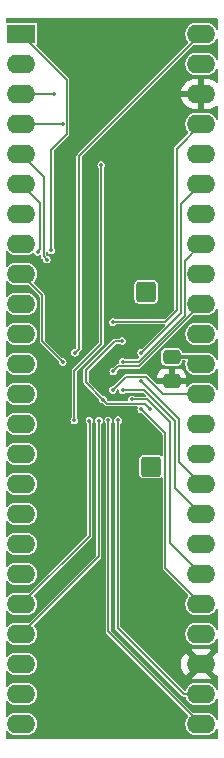
<source format=gbr>
%TF.GenerationSoftware,KiCad,Pcbnew,8.0.3*%
%TF.CreationDate,2024-11-10T13:10:44-08:00*%
%TF.ProjectId,LCSP072rev2,4c435350-3037-4327-9265-76322e6b6963,rev?*%
%TF.SameCoordinates,Original*%
%TF.FileFunction,Copper,L2,Bot*%
%TF.FilePolarity,Positive*%
%FSLAX46Y46*%
G04 Gerber Fmt 4.6, Leading zero omitted, Abs format (unit mm)*
G04 Created by KiCad (PCBNEW 8.0.3) date 2024-11-10 13:10:44*
%MOMM*%
%LPD*%
G01*
G04 APERTURE LIST*
G04 Aperture macros list*
%AMRoundRect*
0 Rectangle with rounded corners*
0 $1 Rounding radius*
0 $2 $3 $4 $5 $6 $7 $8 $9 X,Y pos of 4 corners*
0 Add a 4 corners polygon primitive as box body*
4,1,4,$2,$3,$4,$5,$6,$7,$8,$9,$2,$3,0*
0 Add four circle primitives for the rounded corners*
1,1,$1+$1,$2,$3*
1,1,$1+$1,$4,$5*
1,1,$1+$1,$6,$7*
1,1,$1+$1,$8,$9*
0 Add four rect primitives between the rounded corners*
20,1,$1+$1,$2,$3,$4,$5,0*
20,1,$1+$1,$4,$5,$6,$7,0*
20,1,$1+$1,$6,$7,$8,$9,0*
20,1,$1+$1,$8,$9,$2,$3,0*%
G04 Aperture macros list end*
%TA.AperFunction,ComponentPad*%
%ADD10RoundRect,0.250000X-0.600000X-0.600000X0.600000X-0.600000X0.600000X0.600000X-0.600000X0.600000X0*%
%TD*%
%TA.AperFunction,ComponentPad*%
%ADD11R,2.400000X1.600000*%
%TD*%
%TA.AperFunction,ComponentPad*%
%ADD12O,2.400000X1.600000*%
%TD*%
%TA.AperFunction,SMDPad,CuDef*%
%ADD13RoundRect,0.250000X-0.475000X0.337500X-0.475000X-0.337500X0.475000X-0.337500X0.475000X0.337500X0*%
%TD*%
%TA.AperFunction,ViaPad*%
%ADD14C,0.350000*%
%TD*%
%TA.AperFunction,Conductor*%
%ADD15C,0.127000*%
%TD*%
%TA.AperFunction,Conductor*%
%ADD16C,0.300000*%
%TD*%
%TA.AperFunction,Conductor*%
%ADD17C,0.200000*%
%TD*%
G04 APERTURE END LIST*
D10*
%TO.P,J3,1,Pin_1*%
%TO.N,Net-(J3-Pin_1)*%
X132175000Y-104200000D03*
%TD*%
D11*
%TO.P,J1,1,Pin_1*%
%TO.N,/A15*%
X121208800Y-67589400D03*
D12*
%TO.P,J1,2,Pin_2*%
%TO.N,/A14*%
X121208800Y-70129400D03*
%TO.P,J1,3,Pin_3*%
%TO.N,/A13*%
X121208800Y-72669400D03*
%TO.P,J1,4,Pin_4*%
%TO.N,/A12*%
X121208800Y-75209400D03*
%TO.P,J1,5,Pin_5*%
%TO.N,/A11*%
X121208800Y-77749400D03*
%TO.P,J1,6,Pin_6*%
%TO.N,/A10*%
X121208800Y-80289400D03*
%TO.P,J1,7,Pin_7*%
%TO.N,/A9*%
X121208800Y-82829400D03*
%TO.P,J1,8,Pin_8*%
%TO.N,/A8*%
X121208800Y-85369400D03*
%TO.P,J1,9,Pin_9*%
%TO.N,/A21*%
X121208800Y-87909400D03*
%TO.P,J1,10,Pin_10*%
%TO.N,/A20*%
X121208800Y-90449400D03*
%TO.P,J1,11,Pin_11*%
%TO.N,/WE*%
X121208800Y-92989400D03*
%TO.P,J1,12,Pin_12*%
%TO.N,/RST*%
X121208800Y-95529400D03*
%TO.P,J1,13,Pin_13*%
%TO.N,VPP*%
X121208800Y-98069400D03*
%TO.P,J1,14,Pin_14*%
%TO.N,/WP*%
X121208800Y-100609400D03*
%TO.P,J1,15,Pin_15*%
%TO.N,/A19*%
X121208800Y-103149400D03*
%TO.P,J1,16,Pin_16*%
%TO.N,/A18*%
X121208800Y-105689400D03*
%TO.P,J1,17,Pin_17*%
%TO.N,/A17*%
X121208800Y-108229400D03*
%TO.P,J1,18,Pin_18*%
%TO.N,/A7*%
X121208800Y-110769400D03*
%TO.P,J1,19,Pin_19*%
%TO.N,/A6*%
X121208800Y-113309400D03*
%TO.P,J1,20,Pin_20*%
%TO.N,/A5*%
X121208800Y-115849400D03*
%TO.P,J1,21,Pin_21*%
%TO.N,/A4*%
X121208800Y-118389400D03*
%TO.P,J1,22,Pin_22*%
%TO.N,/A3*%
X121208800Y-120929400D03*
%TO.P,J1,23,Pin_23*%
%TO.N,/A2*%
X121208800Y-123469400D03*
%TO.P,J1,24,Pin_24*%
%TO.N,/A1*%
X121208800Y-126009400D03*
%TO.P,J1,25,Pin_25*%
%TO.N,/A0*%
X136448800Y-126009400D03*
%TO.P,J1,26,Pin_26*%
%TO.N,/CE1*%
X136448800Y-123469400D03*
%TO.P,J1,27,Pin_27*%
%TO.N,GND*%
X136448800Y-120929400D03*
%TO.P,J1,28,Pin_28*%
%TO.N,/OE*%
X136448800Y-118389400D03*
%TO.P,J1,29,Pin_29*%
%TO.N,/DQ0*%
X136448800Y-115849400D03*
%TO.P,J1,30,Pin_30*%
%TO.N,/DQ8*%
X136448800Y-113309400D03*
%TO.P,J1,31,Pin_31*%
%TO.N,/DQ1*%
X136448800Y-110769400D03*
%TO.P,J1,32,Pin_32*%
%TO.N,/DQ9*%
X136448800Y-108229400D03*
%TO.P,J1,33,Pin_33*%
%TO.N,/DQ2*%
X136448800Y-105689400D03*
%TO.P,J1,34,Pin_34*%
%TO.N,/DQ10*%
X136448800Y-103149400D03*
%TO.P,J1,35,Pin_35*%
%TO.N,/DQ3*%
X136448800Y-100609400D03*
%TO.P,J1,36,Pin_36*%
%TO.N,/DQ11*%
X136448800Y-98069400D03*
%TO.P,J1,37,Pin_37*%
%TO.N,VCC*%
X136448800Y-95529400D03*
%TO.P,J1,38,Pin_38*%
%TO.N,/DQ4*%
X136448800Y-92989400D03*
%TO.P,J1,39,Pin_39*%
%TO.N,/DQ12*%
X136448800Y-90449400D03*
%TO.P,J1,40,Pin_40*%
%TO.N,/DQ5*%
X136448800Y-87909400D03*
%TO.P,J1,41,Pin_41*%
%TO.N,/DQ13*%
X136448800Y-85369400D03*
%TO.P,J1,42,Pin_42*%
%TO.N,/DQ6*%
X136448800Y-82829400D03*
%TO.P,J1,43,Pin_43*%
%TO.N,/DQ14*%
X136448800Y-80289400D03*
%TO.P,J1,44,Pin_44*%
%TO.N,/DQ7*%
X136448800Y-77749400D03*
%TO.P,J1,45,Pin_45*%
%TO.N,/DQ15*%
X136448800Y-75209400D03*
%TO.P,J1,46,Pin_46*%
%TO.N,GND*%
X136448800Y-72669400D03*
%TO.P,J1,47,Pin_47*%
%TO.N,/CE2*%
X136448800Y-70129400D03*
%TO.P,J1,48,Pin_48*%
%TO.N,/A16*%
X136448800Y-67589400D03*
%TD*%
D10*
%TO.P,J2,1,Pin_1*%
%TO.N,Net-(J2-Pin_1)*%
X131800000Y-89400000D03*
%TD*%
D13*
%TO.P,C1,1*%
%TO.N,VCC*%
X133950000Y-94912500D03*
%TO.P,C1,2*%
%TO.N,GND*%
X133950000Y-96987500D03*
%TD*%
D14*
%TO.N,/DQ11*%
X128955800Y-97713800D03*
%TO.N,/DQ13*%
X129794000Y-95326200D03*
%TO.N,/DQ12*%
X129006600Y-96143400D03*
%TO.N,VCC*%
X129775000Y-93575000D03*
X128143000Y-98526600D03*
X132130800Y-99288600D03*
%TO.N,GND*%
X125300000Y-96550000D03*
X130600000Y-96150000D03*
X131000000Y-93700000D03*
X128193800Y-95351600D03*
X130187000Y-100265800D03*
%TO.N,/A16*%
X125780800Y-94564200D03*
%TO.N,/A0*%
X128600200Y-100289400D03*
%TO.N,/DQ2*%
X131368800Y-96977200D03*
%TO.N,/DQ8*%
X130559457Y-98516700D03*
%TO.N,/A5*%
X126990000Y-100304600D03*
%TO.N,/A13*%
X123952000Y-72669400D03*
%TO.N,/A15*%
X123756252Y-85893748D03*
%TO.N,/DQ9*%
X129794000Y-97739200D03*
%TO.N,/A11*%
X123376500Y-86673500D03*
%TO.N,/A4*%
X127800000Y-100304600D03*
%TO.N,/A12*%
X124714000Y-75209400D03*
%TO.N,/A21*%
X124739400Y-95351600D03*
%TO.N,/DQ15*%
X128975000Y-91975000D03*
%TO.N,/A10*%
X122625000Y-86025000D03*
%TO.N,/DQ14*%
X131379000Y-94554000D03*
%TO.N,/DQ0*%
X131375000Y-99350000D03*
%TO.N,/CE1*%
X129400000Y-100279200D03*
%TO.N,/CE2*%
X128000000Y-78675000D03*
X125700000Y-100300000D03*
%TD*%
D15*
%TO.N,/A4*%
X127787400Y-100317200D02*
X127787400Y-111810800D01*
X127800000Y-100304600D02*
X127787400Y-100317200D01*
X127787400Y-111810800D02*
X121208800Y-118389400D01*
%TO.N,/A5*%
X127000000Y-100314600D02*
X127000000Y-110058200D01*
X127000000Y-110058200D02*
X121208800Y-115849400D01*
X126990000Y-100304600D02*
X127000000Y-100314600D01*
%TO.N,/A0*%
X128600200Y-100289400D02*
X128600200Y-118160800D01*
X128600200Y-118160800D02*
X136448800Y-126009400D01*
%TO.N,/DQ14*%
X134747000Y-81991200D02*
X136448800Y-80289400D01*
X131379000Y-94554000D02*
X134747000Y-91186000D01*
X134747000Y-91186000D02*
X134747000Y-81991200D01*
%TO.N,/DQ8*%
X130559457Y-98516700D02*
X131892300Y-98516700D01*
X131892300Y-98516700D02*
X133781800Y-100406200D01*
X133781800Y-100406200D02*
X133781800Y-110642400D01*
X133781800Y-110642400D02*
X136448800Y-113309400D01*
%TO.N,/DQ12*%
X131198200Y-95700000D02*
X136448800Y-90449400D01*
X129006600Y-96143400D02*
X129450000Y-95700000D01*
X129450000Y-95700000D02*
X131198200Y-95700000D01*
%TO.N,/DQ11*%
X130059600Y-96610000D02*
X131789000Y-96610000D01*
X131789000Y-96610000D02*
X133248400Y-98069400D01*
X133248400Y-98069400D02*
X136448800Y-98069400D01*
X128955800Y-97713800D02*
X130059600Y-96610000D01*
%TO.N,/DQ13*%
X131148800Y-95326200D02*
X135050000Y-91425000D01*
X135050000Y-91425000D02*
X135050000Y-86768200D01*
X135050000Y-86768200D02*
X136448800Y-85369400D01*
X129794000Y-95326200D02*
X131148800Y-95326200D01*
%TO.N,VCC*%
X129775000Y-93575000D02*
X129150000Y-93575000D01*
X130327400Y-98882200D02*
X128498600Y-98882200D01*
X128498600Y-98882200D02*
X128143000Y-98526600D01*
X132130800Y-99288600D02*
X131724400Y-98882200D01*
D16*
X133934200Y-94898300D02*
X135817700Y-94898300D01*
D15*
X126700000Y-96025000D02*
X126700000Y-97083600D01*
X129150000Y-93575000D02*
X126700000Y-96025000D01*
D17*
X135817700Y-94898300D02*
X136448800Y-95529400D01*
D15*
X126700000Y-97083600D02*
X128143000Y-98526600D01*
X131724400Y-98882200D02*
X130327400Y-98882200D01*
%TO.N,/A16*%
X126111000Y-77927200D02*
X136448800Y-67589400D01*
X125780800Y-94564200D02*
X126111000Y-94234000D01*
X126111000Y-94234000D02*
X126111000Y-77927200D01*
%TO.N,/DQ2*%
X134543800Y-100152200D02*
X134543800Y-103784400D01*
X134543800Y-103784400D02*
X136448800Y-105689400D01*
X131368800Y-96977200D02*
X134543800Y-100152200D01*
%TO.N,/A13*%
X123952000Y-72669400D02*
X121208800Y-72669400D01*
%TO.N,/A15*%
X123756252Y-85893748D02*
X123756252Y-77383748D01*
X125079500Y-71460100D02*
X121208800Y-67589400D01*
X125079500Y-76060500D02*
X125079500Y-71460100D01*
X123756252Y-77383748D02*
X125079500Y-76060500D01*
%TO.N,/DQ9*%
X134213600Y-105994200D02*
X136448800Y-108229400D01*
X129794000Y-97739200D02*
X131648200Y-97739200D01*
X134213600Y-100304600D02*
X134213600Y-105994200D01*
X131648200Y-97739200D02*
X134213600Y-100304600D01*
%TO.N,/A11*%
X123376500Y-86673500D02*
X123109400Y-86406400D01*
X123109400Y-79650000D02*
X121208800Y-77749400D01*
X123109400Y-86406400D02*
X123109400Y-79650000D01*
%TO.N,/A12*%
X124714000Y-75209400D02*
X121208800Y-75209400D01*
%TO.N,/A21*%
X122986800Y-89687400D02*
X121208800Y-87909400D01*
X122986800Y-93599000D02*
X122986800Y-89687400D01*
X124739400Y-95351600D02*
X122986800Y-93599000D01*
%TO.N,/DQ15*%
X128975000Y-91975000D02*
X129025000Y-91925000D01*
X129025000Y-91925000D02*
X133423800Y-91925000D01*
X134366000Y-77292200D02*
X136448800Y-75209400D01*
X134366000Y-90982800D02*
X134366000Y-77292200D01*
X133423800Y-91925000D02*
X134366000Y-90982800D01*
%TO.N,/A10*%
X122834400Y-85815600D02*
X122834400Y-81915000D01*
X122834400Y-81915000D02*
X121208800Y-80289400D01*
X122625000Y-86025000D02*
X122834400Y-85815600D01*
%TO.N,/DQ0*%
X133400800Y-112801400D02*
X136448800Y-115849400D01*
X131375000Y-99350000D02*
X133400800Y-101375800D01*
X133400800Y-101375800D02*
X133400800Y-112801400D01*
%TO.N,/CE1*%
X129387600Y-117881400D02*
X134975600Y-123469400D01*
X129387600Y-100279200D02*
X129387600Y-117881400D01*
X134975600Y-123469400D02*
X136448800Y-123469400D01*
%TO.N,/CE2*%
X125725000Y-100275000D02*
X125725000Y-96075000D01*
X128000000Y-93800000D02*
X128000000Y-78675000D01*
X125725000Y-96075000D02*
X128000000Y-93800000D01*
X128000000Y-78675000D02*
X128000000Y-78578200D01*
X125700000Y-100300000D02*
X125725000Y-100275000D01*
%TD*%
%TA.AperFunction,Conductor*%
%TO.N,GND*%
G36*
X137827626Y-66261374D02*
G01*
X137849300Y-66313700D01*
X137849300Y-67149021D01*
X137827626Y-67201347D01*
X137775300Y-67223021D01*
X137722974Y-67201347D01*
X137706933Y-67177340D01*
X137691123Y-67139172D01*
X137691122Y-67139169D01*
X137587102Y-66983492D01*
X137454708Y-66851098D01*
X137299031Y-66747078D01*
X137299028Y-66747076D01*
X137299027Y-66747076D01*
X137126051Y-66675427D01*
X137126044Y-66675425D01*
X136986320Y-66647633D01*
X136942416Y-66638900D01*
X135955184Y-66638900D01*
X135918856Y-66646125D01*
X135771555Y-66675425D01*
X135771548Y-66675427D01*
X135598572Y-66747076D01*
X135442892Y-66851097D01*
X135442891Y-66851099D01*
X135310499Y-66983491D01*
X135310497Y-66983492D01*
X135206476Y-67139172D01*
X135134827Y-67312148D01*
X135134825Y-67312155D01*
X135098300Y-67495784D01*
X135098300Y-67683015D01*
X135134825Y-67866644D01*
X135134827Y-67866651D01*
X135202396Y-68029778D01*
X135206478Y-68039631D01*
X135276136Y-68143882D01*
X135310497Y-68195307D01*
X135373048Y-68257858D01*
X135394722Y-68310184D01*
X135373048Y-68362510D01*
X125992367Y-77743190D01*
X125929579Y-77805977D01*
X125914238Y-77843015D01*
X125896999Y-77884632D01*
X125896999Y-77978378D01*
X125897000Y-77978387D01*
X125897000Y-94114706D01*
X125875326Y-94167032D01*
X125825332Y-94217026D01*
X125773006Y-94238700D01*
X125723404Y-94238700D01*
X125615539Y-94277960D01*
X125615537Y-94277961D01*
X125527606Y-94351743D01*
X125470211Y-94451156D01*
X125450279Y-94564200D01*
X125470211Y-94677243D01*
X125527606Y-94776656D01*
X125615536Y-94850438D01*
X125615537Y-94850438D01*
X125615539Y-94850440D01*
X125665837Y-94868746D01*
X125723404Y-94889700D01*
X125723406Y-94889700D01*
X125838196Y-94889700D01*
X125883636Y-94873160D01*
X125946061Y-94850440D01*
X126033994Y-94776655D01*
X126091388Y-94677245D01*
X126111321Y-94564200D01*
X126111320Y-94564199D01*
X126112445Y-94557824D01*
X126114928Y-94558261D01*
X126132995Y-94514645D01*
X126221812Y-94425828D01*
X126221816Y-94425826D01*
X126232221Y-94415421D01*
X126232222Y-94415421D01*
X126292421Y-94355222D01*
X126308710Y-94315894D01*
X126325001Y-94276567D01*
X126325001Y-94191433D01*
X126325001Y-94185475D01*
X126325000Y-94185461D01*
X126325000Y-78046492D01*
X126346673Y-77994167D01*
X135798563Y-68542276D01*
X135850888Y-68520603D01*
X135865317Y-68522024D01*
X135955184Y-68539900D01*
X135955186Y-68539900D01*
X136942415Y-68539900D01*
X136942416Y-68539900D01*
X137126051Y-68503373D01*
X137299031Y-68431722D01*
X137454708Y-68327702D01*
X137587102Y-68195308D01*
X137691122Y-68039631D01*
X137706933Y-68001459D01*
X137746981Y-67961411D01*
X137803618Y-67961411D01*
X137843667Y-68001459D01*
X137849300Y-68029778D01*
X137849300Y-69689021D01*
X137827626Y-69741347D01*
X137775300Y-69763021D01*
X137722974Y-69741347D01*
X137706933Y-69717340D01*
X137691123Y-69679172D01*
X137691122Y-69679169D01*
X137587102Y-69523492D01*
X137454708Y-69391098D01*
X137299031Y-69287078D01*
X137299028Y-69287076D01*
X137299027Y-69287076D01*
X137126051Y-69215427D01*
X137126044Y-69215425D01*
X136987702Y-69187907D01*
X136942416Y-69178900D01*
X135955184Y-69178900D01*
X135918856Y-69186125D01*
X135771555Y-69215425D01*
X135771548Y-69215427D01*
X135598572Y-69287076D01*
X135442892Y-69391097D01*
X135442891Y-69391099D01*
X135310499Y-69523491D01*
X135310497Y-69523492D01*
X135206476Y-69679172D01*
X135134827Y-69852148D01*
X135134825Y-69852155D01*
X135098300Y-70035784D01*
X135098300Y-70223015D01*
X135134825Y-70406644D01*
X135134827Y-70406651D01*
X135202396Y-70569778D01*
X135206478Y-70579631D01*
X135310498Y-70735308D01*
X135442892Y-70867702D01*
X135598569Y-70971722D01*
X135771549Y-71043373D01*
X135955184Y-71079900D01*
X135955185Y-71079900D01*
X136942415Y-71079900D01*
X136942416Y-71079900D01*
X137126051Y-71043373D01*
X137299031Y-70971722D01*
X137454708Y-70867702D01*
X137587102Y-70735308D01*
X137691122Y-70579631D01*
X137706933Y-70541459D01*
X137746981Y-70501411D01*
X137803618Y-70501411D01*
X137843667Y-70541459D01*
X137849300Y-70569778D01*
X137849300Y-71652770D01*
X137827626Y-71705096D01*
X137775300Y-71726770D01*
X137722974Y-71705096D01*
X137695698Y-71677820D01*
X137695688Y-71677811D01*
X137530149Y-71557539D01*
X137347821Y-71464640D01*
X137153227Y-71401412D01*
X137153214Y-71401409D01*
X136951113Y-71369400D01*
X136698800Y-71369400D01*
X136698800Y-72353714D01*
X136694406Y-72349320D01*
X136603194Y-72296659D01*
X136501461Y-72269400D01*
X136396139Y-72269400D01*
X136294406Y-72296659D01*
X136203194Y-72349320D01*
X136198800Y-72353714D01*
X136198800Y-71369400D01*
X135946487Y-71369400D01*
X135744385Y-71401409D01*
X135744372Y-71401412D01*
X135549778Y-71464640D01*
X135367450Y-71557539D01*
X135201911Y-71677811D01*
X135057211Y-71822511D01*
X134936939Y-71988050D01*
X134844040Y-72170378D01*
X134780812Y-72364972D01*
X134780810Y-72364983D01*
X134772191Y-72419400D01*
X136133114Y-72419400D01*
X136128720Y-72423794D01*
X136076059Y-72515006D01*
X136048800Y-72616739D01*
X136048800Y-72722061D01*
X136076059Y-72823794D01*
X136128720Y-72915006D01*
X136133114Y-72919400D01*
X134772191Y-72919400D01*
X134780810Y-72973816D01*
X134780812Y-72973827D01*
X134844040Y-73168421D01*
X134936939Y-73350749D01*
X135057211Y-73516288D01*
X135057220Y-73516298D01*
X135201902Y-73660980D01*
X135201911Y-73660988D01*
X135367450Y-73781260D01*
X135549778Y-73874159D01*
X135744372Y-73937387D01*
X135744385Y-73937390D01*
X135946487Y-73969400D01*
X136198800Y-73969400D01*
X136198800Y-72985086D01*
X136203194Y-72989480D01*
X136294406Y-73042141D01*
X136396139Y-73069400D01*
X136501461Y-73069400D01*
X136603194Y-73042141D01*
X136694406Y-72989480D01*
X136698800Y-72985086D01*
X136698800Y-73969400D01*
X136951113Y-73969400D01*
X137153214Y-73937390D01*
X137153227Y-73937387D01*
X137347821Y-73874159D01*
X137530149Y-73781260D01*
X137695688Y-73660988D01*
X137695698Y-73660980D01*
X137722974Y-73633704D01*
X137775300Y-73612030D01*
X137827626Y-73633704D01*
X137849300Y-73686030D01*
X137849300Y-74769021D01*
X137827626Y-74821347D01*
X137775300Y-74843021D01*
X137722974Y-74821347D01*
X137706933Y-74797340D01*
X137691123Y-74759172D01*
X137691122Y-74759169D01*
X137587102Y-74603492D01*
X137454708Y-74471098D01*
X137299031Y-74367078D01*
X137299028Y-74367076D01*
X137299027Y-74367076D01*
X137126051Y-74295427D01*
X137126044Y-74295425D01*
X136987702Y-74267907D01*
X136942416Y-74258900D01*
X135955184Y-74258900D01*
X135918856Y-74266125D01*
X135771555Y-74295425D01*
X135771548Y-74295427D01*
X135598572Y-74367076D01*
X135442892Y-74471097D01*
X135442891Y-74471099D01*
X135310499Y-74603491D01*
X135310497Y-74603492D01*
X135206476Y-74759172D01*
X135134827Y-74932148D01*
X135134825Y-74932155D01*
X135098300Y-75115784D01*
X135098300Y-75303015D01*
X135134825Y-75486644D01*
X135134827Y-75486651D01*
X135202396Y-75649778D01*
X135206478Y-75659631D01*
X135276136Y-75763882D01*
X135310497Y-75815307D01*
X135373048Y-75877858D01*
X135394722Y-75930184D01*
X135373048Y-75982510D01*
X134247367Y-77108190D01*
X134184578Y-77170979D01*
X134165494Y-77217053D01*
X134151999Y-77249631D01*
X134151999Y-77343378D01*
X134152000Y-77343387D01*
X134152000Y-90863507D01*
X134130326Y-90915833D01*
X133356833Y-91689326D01*
X133304507Y-91711000D01*
X129193699Y-91711000D01*
X129146134Y-91693688D01*
X129140261Y-91688760D01*
X129140259Y-91688759D01*
X129032396Y-91649500D01*
X129032394Y-91649500D01*
X128917606Y-91649500D01*
X128917604Y-91649500D01*
X128809739Y-91688760D01*
X128809737Y-91688761D01*
X128721806Y-91762543D01*
X128664411Y-91861956D01*
X128644479Y-91975000D01*
X128664411Y-92088043D01*
X128721806Y-92187456D01*
X128809736Y-92261238D01*
X128809737Y-92261238D01*
X128809739Y-92261240D01*
X128860037Y-92279546D01*
X128917604Y-92300500D01*
X128917606Y-92300500D01*
X129032396Y-92300500D01*
X129077836Y-92283960D01*
X129140261Y-92261240D01*
X129197751Y-92213000D01*
X129228191Y-92187458D01*
X129228191Y-92187457D01*
X129228194Y-92187455D01*
X129234807Y-92175999D01*
X129279740Y-92141522D01*
X129298893Y-92139000D01*
X133312705Y-92139000D01*
X133365031Y-92160674D01*
X133386705Y-92213000D01*
X133365031Y-92265326D01*
X131423533Y-94206826D01*
X131371207Y-94228500D01*
X131321604Y-94228500D01*
X131213739Y-94267760D01*
X131213737Y-94267761D01*
X131125806Y-94341543D01*
X131068411Y-94440956D01*
X131048479Y-94554000D01*
X131068411Y-94667043D01*
X131125806Y-94766456D01*
X131216243Y-94842342D01*
X131242395Y-94892580D01*
X131225364Y-94946595D01*
X131221003Y-94951355D01*
X131081833Y-95090526D01*
X131029507Y-95112200D01*
X130072286Y-95112200D01*
X130024721Y-95094887D01*
X129959261Y-95039960D01*
X129959260Y-95039959D01*
X129851396Y-95000700D01*
X129851394Y-95000700D01*
X129736606Y-95000700D01*
X129736604Y-95000700D01*
X129628739Y-95039960D01*
X129628737Y-95039961D01*
X129540806Y-95113743D01*
X129483411Y-95213156D01*
X129470349Y-95287237D01*
X129463479Y-95326200D01*
X129472138Y-95375306D01*
X129476342Y-95399149D01*
X129464083Y-95454444D01*
X129416316Y-95484875D01*
X129410547Y-95485379D01*
X129407431Y-95485999D01*
X129368104Y-95502288D01*
X129368105Y-95502289D01*
X129328779Y-95518578D01*
X129328778Y-95518579D01*
X129268579Y-95578778D01*
X129268578Y-95578779D01*
X129209518Y-95637840D01*
X129051133Y-95796226D01*
X128998807Y-95817900D01*
X128949204Y-95817900D01*
X128841339Y-95857160D01*
X128841337Y-95857161D01*
X128753406Y-95930943D01*
X128696011Y-96030356D01*
X128676079Y-96143400D01*
X128696011Y-96256443D01*
X128753406Y-96355856D01*
X128841336Y-96429638D01*
X128841337Y-96429638D01*
X128841339Y-96429640D01*
X128891637Y-96447946D01*
X128949204Y-96468900D01*
X128949206Y-96468900D01*
X129063996Y-96468900D01*
X129109436Y-96452360D01*
X129171861Y-96429640D01*
X129259794Y-96355855D01*
X129317188Y-96256445D01*
X129337121Y-96143400D01*
X129337120Y-96143399D01*
X129338245Y-96137024D01*
X129340728Y-96137461D01*
X129358795Y-96093845D01*
X129385072Y-96067569D01*
X129473015Y-95979626D01*
X129516968Y-95935674D01*
X129569294Y-95914000D01*
X131147013Y-95914000D01*
X131147021Y-95914001D01*
X131155633Y-95914001D01*
X131240768Y-95914001D01*
X131251036Y-95909746D01*
X131273342Y-95900506D01*
X131273346Y-95900506D01*
X131273346Y-95900505D01*
X131290068Y-95893579D01*
X131319422Y-95881421D01*
X131379621Y-95821222D01*
X131379621Y-95821220D01*
X131386728Y-95814114D01*
X131386734Y-95814106D01*
X135798563Y-91402276D01*
X135850888Y-91380603D01*
X135865317Y-91382024D01*
X135955184Y-91399900D01*
X135955186Y-91399900D01*
X136942415Y-91399900D01*
X136942416Y-91399900D01*
X137126051Y-91363373D01*
X137299031Y-91291722D01*
X137454708Y-91187702D01*
X137587102Y-91055308D01*
X137691122Y-90899631D01*
X137706933Y-90861459D01*
X137746981Y-90821411D01*
X137803618Y-90821411D01*
X137843667Y-90861459D01*
X137849300Y-90889778D01*
X137849300Y-92549021D01*
X137827626Y-92601347D01*
X137775300Y-92623021D01*
X137722974Y-92601347D01*
X137706933Y-92577340D01*
X137691123Y-92539172D01*
X137691122Y-92539169D01*
X137587102Y-92383492D01*
X137454708Y-92251098D01*
X137299031Y-92147078D01*
X137299028Y-92147076D01*
X137299027Y-92147076D01*
X137126051Y-92075427D01*
X137126044Y-92075425D01*
X136987702Y-92047907D01*
X136942416Y-92038900D01*
X135955184Y-92038900D01*
X135918856Y-92046125D01*
X135771555Y-92075425D01*
X135771548Y-92075427D01*
X135598572Y-92147076D01*
X135442892Y-92251097D01*
X135442891Y-92251099D01*
X135310499Y-92383491D01*
X135310497Y-92383492D01*
X135206476Y-92539172D01*
X135134827Y-92712148D01*
X135134825Y-92712155D01*
X135098300Y-92895784D01*
X135098300Y-93083015D01*
X135134825Y-93266644D01*
X135134827Y-93266651D01*
X135202396Y-93429778D01*
X135206478Y-93439631D01*
X135233256Y-93479707D01*
X135296928Y-93575000D01*
X135310498Y-93595308D01*
X135442892Y-93727702D01*
X135598569Y-93831722D01*
X135771549Y-93903373D01*
X135955184Y-93939900D01*
X135955185Y-93939900D01*
X136942415Y-93939900D01*
X136942416Y-93939900D01*
X137126051Y-93903373D01*
X137299031Y-93831722D01*
X137454708Y-93727702D01*
X137587102Y-93595308D01*
X137691122Y-93439631D01*
X137706933Y-93401459D01*
X137746981Y-93361411D01*
X137803618Y-93361411D01*
X137843667Y-93401459D01*
X137849300Y-93429778D01*
X137849300Y-95089021D01*
X137827626Y-95141347D01*
X137775300Y-95163021D01*
X137722974Y-95141347D01*
X137706933Y-95117340D01*
X137704804Y-95112200D01*
X137691122Y-95079169D01*
X137587102Y-94923492D01*
X137454708Y-94791098D01*
X137299031Y-94687078D01*
X137299028Y-94687076D01*
X137299027Y-94687076D01*
X137126051Y-94615427D01*
X137126044Y-94615425D01*
X136987702Y-94587907D01*
X136942416Y-94578900D01*
X135955184Y-94578900D01*
X135867312Y-94596378D01*
X135852876Y-94597800D01*
X134897304Y-94597800D01*
X134844978Y-94576126D01*
X134824215Y-94535375D01*
X134810646Y-94449695D01*
X134810645Y-94449693D01*
X134753049Y-94336657D01*
X134663343Y-94246951D01*
X134663342Y-94246950D01*
X134550304Y-94189354D01*
X134550302Y-94189353D01*
X134550301Y-94189353D01*
X134456519Y-94174500D01*
X133443480Y-94174500D01*
X133349695Y-94189353D01*
X133349693Y-94189354D01*
X133236657Y-94246950D01*
X133146951Y-94336656D01*
X133089353Y-94449698D01*
X133074500Y-94543480D01*
X133074500Y-95281519D01*
X133089353Y-95375304D01*
X133089354Y-95375306D01*
X133134876Y-95464645D01*
X133146950Y-95488342D01*
X133236658Y-95578050D01*
X133349696Y-95635646D01*
X133443481Y-95650500D01*
X134456518Y-95650499D01*
X134456519Y-95650499D01*
X134550304Y-95635646D01*
X134550306Y-95635645D01*
X134552419Y-95634568D01*
X134663342Y-95578050D01*
X134753050Y-95488342D01*
X134810646Y-95375304D01*
X134825500Y-95281519D01*
X134825500Y-95272800D01*
X134847174Y-95220474D01*
X134899500Y-95198800D01*
X135055270Y-95198800D01*
X135107596Y-95220474D01*
X135129270Y-95272800D01*
X135127848Y-95287233D01*
X135098300Y-95435784D01*
X135098300Y-95623016D01*
X135101249Y-95637840D01*
X135134825Y-95806644D01*
X135134827Y-95806651D01*
X135202396Y-95969778D01*
X135206478Y-95979631D01*
X135241758Y-96032431D01*
X135304403Y-96126187D01*
X135310498Y-96135308D01*
X135442892Y-96267702D01*
X135598569Y-96371722D01*
X135771549Y-96443373D01*
X135955184Y-96479900D01*
X135955185Y-96479900D01*
X136942415Y-96479900D01*
X136942416Y-96479900D01*
X137126051Y-96443373D01*
X137299031Y-96371722D01*
X137454708Y-96267702D01*
X137587102Y-96135308D01*
X137691122Y-95979631D01*
X137706933Y-95941459D01*
X137746981Y-95901411D01*
X137803618Y-95901411D01*
X137843667Y-95941459D01*
X137849300Y-95969778D01*
X137849300Y-97629021D01*
X137827626Y-97681347D01*
X137775300Y-97703021D01*
X137722974Y-97681347D01*
X137706933Y-97657340D01*
X137694016Y-97626155D01*
X137691122Y-97619169D01*
X137587102Y-97463492D01*
X137454708Y-97331098D01*
X137299031Y-97227078D01*
X137299028Y-97227076D01*
X137299027Y-97227076D01*
X137126051Y-97155427D01*
X137126044Y-97155425D01*
X136978945Y-97126166D01*
X136942416Y-97118900D01*
X135955184Y-97118900D01*
X135918856Y-97126125D01*
X135771555Y-97155425D01*
X135771548Y-97155427D01*
X135598572Y-97227076D01*
X135442892Y-97331097D01*
X135442891Y-97331099D01*
X135310495Y-97463495D01*
X135305271Y-97471314D01*
X135258178Y-97502779D01*
X135202630Y-97491729D01*
X135171165Y-97444636D01*
X135170126Y-97422680D01*
X135174999Y-97374975D01*
X135175000Y-97374973D01*
X135175000Y-97237500D01*
X132749793Y-97237500D01*
X132697467Y-97215826D01*
X132081665Y-96600024D01*
X132725000Y-96600024D01*
X132725000Y-96737500D01*
X133700000Y-96737500D01*
X134200000Y-96737500D01*
X135174999Y-96737500D01*
X135174999Y-96600029D01*
X135174998Y-96600023D01*
X135164505Y-96497303D01*
X135109357Y-96330878D01*
X135017316Y-96181656D01*
X135017314Y-96181653D01*
X134893347Y-96057686D01*
X134893343Y-96057683D01*
X134744121Y-95965642D01*
X134577697Y-95910494D01*
X134474975Y-95900000D01*
X134200000Y-95900000D01*
X134200000Y-96737500D01*
X133700000Y-96737500D01*
X133700000Y-95900000D01*
X133425029Y-95900000D01*
X133425023Y-95900001D01*
X133322303Y-95910494D01*
X133155878Y-95965642D01*
X133006656Y-96057683D01*
X132882683Y-96181656D01*
X132790642Y-96330878D01*
X132735494Y-96497302D01*
X132725000Y-96600024D01*
X132081665Y-96600024D01*
X131976513Y-96494872D01*
X131976513Y-96494871D01*
X131970421Y-96488779D01*
X131970421Y-96488778D01*
X131910222Y-96428579D01*
X131910220Y-96428578D01*
X131910219Y-96428577D01*
X131864146Y-96409494D01*
X131864144Y-96409493D01*
X131831567Y-96395999D01*
X131746433Y-96395999D01*
X131737821Y-96395999D01*
X131737813Y-96396000D01*
X130110787Y-96396000D01*
X130110779Y-96395999D01*
X130102167Y-96395999D01*
X130017033Y-96395999D01*
X129984452Y-96409493D01*
X129984453Y-96409494D01*
X129938379Y-96428578D01*
X129875590Y-96491367D01*
X129000333Y-97366626D01*
X128948007Y-97388300D01*
X128898404Y-97388300D01*
X128790539Y-97427560D01*
X128790537Y-97427561D01*
X128702606Y-97501343D01*
X128645211Y-97600756D01*
X128625279Y-97713800D01*
X128645211Y-97826843D01*
X128702606Y-97926256D01*
X128790536Y-98000038D01*
X128790537Y-98000038D01*
X128790539Y-98000040D01*
X128840837Y-98018346D01*
X128898404Y-98039300D01*
X128898406Y-98039300D01*
X129013196Y-98039300D01*
X129058636Y-98022760D01*
X129121061Y-98000040D01*
X129208994Y-97926255D01*
X129266388Y-97826845D01*
X129286321Y-97713800D01*
X129286320Y-97713799D01*
X129287445Y-97707424D01*
X129289928Y-97707861D01*
X129307994Y-97664246D01*
X129314900Y-97657340D01*
X129346853Y-97625386D01*
X129399178Y-97603712D01*
X129451504Y-97625385D01*
X129473179Y-97677711D01*
X129472055Y-97690561D01*
X129463479Y-97739199D01*
X129483411Y-97852243D01*
X129540806Y-97951656D01*
X129628736Y-98025438D01*
X129628737Y-98025438D01*
X129628739Y-98025440D01*
X129679037Y-98043746D01*
X129736604Y-98064700D01*
X129736606Y-98064700D01*
X129851396Y-98064700D01*
X129923305Y-98038526D01*
X129959261Y-98025440D01*
X130024721Y-97970512D01*
X130072286Y-97953200D01*
X131528907Y-97953200D01*
X131581233Y-97974874D01*
X131782733Y-98176374D01*
X131804407Y-98228700D01*
X131782733Y-98281026D01*
X131730407Y-98302700D01*
X130837743Y-98302700D01*
X130790178Y-98285387D01*
X130724718Y-98230460D01*
X130724717Y-98230459D01*
X130616853Y-98191200D01*
X130616851Y-98191200D01*
X130502063Y-98191200D01*
X130502061Y-98191200D01*
X130394196Y-98230460D01*
X130394194Y-98230461D01*
X130306263Y-98304243D01*
X130248868Y-98403656D01*
X130228936Y-98516699D01*
X130228936Y-98516700D01*
X130239419Y-98576153D01*
X130240336Y-98581350D01*
X130228077Y-98636644D01*
X130180310Y-98667076D01*
X130167460Y-98668200D01*
X128617894Y-98668200D01*
X128565568Y-98646526D01*
X128495195Y-98576153D01*
X128477129Y-98532538D01*
X128474645Y-98532977D01*
X128470554Y-98509778D01*
X128453588Y-98413555D01*
X128414961Y-98346651D01*
X128396193Y-98314143D01*
X128308263Y-98240361D01*
X128308261Y-98240360D01*
X128200396Y-98201100D01*
X128200394Y-98201100D01*
X128150794Y-98201100D01*
X128098468Y-98179426D01*
X126935674Y-97016632D01*
X126914000Y-96964306D01*
X126914000Y-96144293D01*
X126935674Y-96091967D01*
X129216968Y-93810674D01*
X129269294Y-93789000D01*
X129496714Y-93789000D01*
X129544278Y-93806312D01*
X129609737Y-93861238D01*
X129609739Y-93861240D01*
X129717604Y-93900500D01*
X129717606Y-93900500D01*
X129832396Y-93900500D01*
X129877836Y-93883960D01*
X129940261Y-93861240D01*
X130028194Y-93787455D01*
X130085588Y-93688045D01*
X130105521Y-93575000D01*
X130085588Y-93461955D01*
X130036706Y-93377288D01*
X130028193Y-93362543D01*
X129940263Y-93288761D01*
X129940261Y-93288760D01*
X129832396Y-93249500D01*
X129832394Y-93249500D01*
X129717606Y-93249500D01*
X129717604Y-93249500D01*
X129609739Y-93288760D01*
X129609737Y-93288761D01*
X129544280Y-93343687D01*
X129496714Y-93361000D01*
X129201187Y-93361000D01*
X129201179Y-93360999D01*
X129192567Y-93360999D01*
X129107433Y-93360999D01*
X129068104Y-93377288D01*
X129068105Y-93377289D01*
X129028779Y-93393578D01*
X126518578Y-95903779D01*
X126499494Y-95949853D01*
X126485999Y-95982431D01*
X126485999Y-96076178D01*
X126486000Y-96076187D01*
X126486000Y-97035061D01*
X126485999Y-97035075D01*
X126485999Y-97041033D01*
X126485999Y-97126167D01*
X126499103Y-97157801D01*
X126518578Y-97204821D01*
X126518579Y-97204822D01*
X126578778Y-97265021D01*
X126578779Y-97265021D01*
X126584869Y-97271111D01*
X126584872Y-97271113D01*
X127790805Y-98477047D01*
X127808871Y-98520662D01*
X127811355Y-98520225D01*
X127832411Y-98639643D01*
X127889806Y-98739056D01*
X127977736Y-98812838D01*
X127977737Y-98812838D01*
X127977739Y-98812840D01*
X128028037Y-98831146D01*
X128085604Y-98852100D01*
X128085606Y-98852100D01*
X128135207Y-98852100D01*
X128187533Y-98873774D01*
X128312958Y-98999200D01*
X128312961Y-98999204D01*
X128317179Y-99003422D01*
X128377378Y-99063621D01*
X128407615Y-99076145D01*
X128456033Y-99096201D01*
X128549779Y-99096201D01*
X128549787Y-99096200D01*
X130284833Y-99096200D01*
X131017505Y-99096200D01*
X131069831Y-99117874D01*
X131091505Y-99170200D01*
X131081591Y-99207200D01*
X131064411Y-99236956D01*
X131044479Y-99350000D01*
X131064411Y-99463043D01*
X131121806Y-99562456D01*
X131209736Y-99636238D01*
X131209737Y-99636238D01*
X131209739Y-99636240D01*
X131260037Y-99654546D01*
X131317604Y-99675500D01*
X131317606Y-99675500D01*
X131367207Y-99675500D01*
X131419533Y-99697174D01*
X133165126Y-101442767D01*
X133186800Y-101495093D01*
X133186800Y-103266756D01*
X133165126Y-103319082D01*
X133112800Y-103340756D01*
X133060474Y-103319082D01*
X133013343Y-103271951D01*
X133013342Y-103271950D01*
X132900304Y-103214354D01*
X132900302Y-103214353D01*
X132900301Y-103214353D01*
X132806519Y-103199500D01*
X131543480Y-103199500D01*
X131449695Y-103214353D01*
X131449693Y-103214354D01*
X131336657Y-103271950D01*
X131246951Y-103361656D01*
X131189353Y-103474698D01*
X131174500Y-103568480D01*
X131174500Y-104831519D01*
X131189353Y-104925304D01*
X131189354Y-104925306D01*
X131211422Y-104968615D01*
X131246950Y-105038342D01*
X131336658Y-105128050D01*
X131449696Y-105185646D01*
X131543481Y-105200500D01*
X132806518Y-105200499D01*
X132806519Y-105200499D01*
X132900304Y-105185646D01*
X132900306Y-105185645D01*
X132902419Y-105184568D01*
X133013342Y-105128050D01*
X133060474Y-105080918D01*
X133112800Y-105059244D01*
X133165126Y-105080918D01*
X133186800Y-105133244D01*
X133186800Y-112752861D01*
X133186799Y-112752875D01*
X133186799Y-112843966D01*
X133200294Y-112876546D01*
X133200294Y-112876547D01*
X133219377Y-112922619D01*
X133219379Y-112922622D01*
X133279578Y-112982821D01*
X133279579Y-112982821D01*
X133285669Y-112988911D01*
X133285673Y-112988914D01*
X135373048Y-115076289D01*
X135394722Y-115128615D01*
X135373048Y-115180941D01*
X135310497Y-115243492D01*
X135206476Y-115399172D01*
X135134827Y-115572148D01*
X135134825Y-115572155D01*
X135098300Y-115755784D01*
X135098300Y-115943015D01*
X135134825Y-116126644D01*
X135134827Y-116126651D01*
X135202396Y-116289778D01*
X135206478Y-116299631D01*
X135310498Y-116455308D01*
X135442892Y-116587702D01*
X135598569Y-116691722D01*
X135771549Y-116763373D01*
X135955184Y-116799900D01*
X135955185Y-116799900D01*
X136942415Y-116799900D01*
X136942416Y-116799900D01*
X137126051Y-116763373D01*
X137299031Y-116691722D01*
X137454708Y-116587702D01*
X137587102Y-116455308D01*
X137691122Y-116299631D01*
X137706933Y-116261459D01*
X137746981Y-116221411D01*
X137803618Y-116221411D01*
X137843667Y-116261459D01*
X137849300Y-116289778D01*
X137849300Y-117949021D01*
X137827626Y-118001347D01*
X137775300Y-118023021D01*
X137722974Y-118001347D01*
X137706933Y-117977340D01*
X137691123Y-117939172D01*
X137691122Y-117939169D01*
X137587102Y-117783492D01*
X137454708Y-117651098D01*
X137299031Y-117547078D01*
X137299028Y-117547076D01*
X137299027Y-117547076D01*
X137126051Y-117475427D01*
X137126044Y-117475425D01*
X136987702Y-117447907D01*
X136942416Y-117438900D01*
X135955184Y-117438900D01*
X135918856Y-117446125D01*
X135771555Y-117475425D01*
X135771548Y-117475427D01*
X135598572Y-117547076D01*
X135442892Y-117651097D01*
X135442891Y-117651099D01*
X135310499Y-117783491D01*
X135310497Y-117783492D01*
X135206476Y-117939172D01*
X135134827Y-118112148D01*
X135134825Y-118112155D01*
X135098300Y-118295784D01*
X135098300Y-118483015D01*
X135134825Y-118666644D01*
X135134827Y-118666651D01*
X135202396Y-118829778D01*
X135206478Y-118839631D01*
X135310498Y-118995308D01*
X135442892Y-119127702D01*
X135598569Y-119231722D01*
X135771549Y-119303373D01*
X135955184Y-119339900D01*
X135955185Y-119339900D01*
X136942415Y-119339900D01*
X136942416Y-119339900D01*
X137126051Y-119303373D01*
X137299031Y-119231722D01*
X137454708Y-119127702D01*
X137587102Y-118995308D01*
X137691122Y-118839631D01*
X137706933Y-118801459D01*
X137746981Y-118761411D01*
X137803618Y-118761411D01*
X137843667Y-118801459D01*
X137849300Y-118829778D01*
X137849300Y-119912937D01*
X137827626Y-119965263D01*
X137775300Y-119986937D01*
X137744815Y-119986937D01*
X136848800Y-120882952D01*
X136848800Y-120876739D01*
X136821541Y-120775006D01*
X136768880Y-120683794D01*
X136694406Y-120609320D01*
X136603194Y-120556659D01*
X136501461Y-120529400D01*
X136495245Y-120529400D01*
X137311732Y-119712913D01*
X137153227Y-119661412D01*
X137153214Y-119661409D01*
X136951113Y-119629400D01*
X135946487Y-119629400D01*
X135744385Y-119661409D01*
X135744372Y-119661412D01*
X135585866Y-119712913D01*
X136402353Y-120529400D01*
X136396139Y-120529400D01*
X136294406Y-120556659D01*
X136203194Y-120609320D01*
X136128720Y-120683794D01*
X136076059Y-120775006D01*
X136048800Y-120876739D01*
X136048800Y-120882953D01*
X135152784Y-119986937D01*
X135057220Y-120082501D01*
X135057211Y-120082511D01*
X134936939Y-120248050D01*
X134844040Y-120430378D01*
X134780812Y-120624972D01*
X134780809Y-120624985D01*
X134748800Y-120827087D01*
X134748800Y-121031712D01*
X134780809Y-121233814D01*
X134780812Y-121233827D01*
X134844040Y-121428421D01*
X134936939Y-121610749D01*
X135057211Y-121776288D01*
X135057220Y-121776298D01*
X135152784Y-121871862D01*
X136048800Y-120975845D01*
X136048800Y-120982061D01*
X136076059Y-121083794D01*
X136128720Y-121175006D01*
X136203194Y-121249480D01*
X136294406Y-121302141D01*
X136396139Y-121329400D01*
X136402353Y-121329400D01*
X135585866Y-122145885D01*
X135744372Y-122197387D01*
X135744385Y-122197390D01*
X135946487Y-122229400D01*
X136951113Y-122229400D01*
X137153214Y-122197390D01*
X137153227Y-122197387D01*
X137311732Y-122145885D01*
X136495247Y-121329400D01*
X136501461Y-121329400D01*
X136603194Y-121302141D01*
X136694406Y-121249480D01*
X136768880Y-121175006D01*
X136821541Y-121083794D01*
X136848800Y-120982061D01*
X136848800Y-120975847D01*
X137744815Y-121871862D01*
X137775300Y-121871862D01*
X137827626Y-121893536D01*
X137849300Y-121945862D01*
X137849300Y-123029021D01*
X137827626Y-123081347D01*
X137775300Y-123103021D01*
X137722974Y-123081347D01*
X137706933Y-123057340D01*
X137691123Y-123019172D01*
X137691122Y-123019169D01*
X137587102Y-122863492D01*
X137454708Y-122731098D01*
X137299031Y-122627078D01*
X137299028Y-122627076D01*
X137299027Y-122627076D01*
X137126051Y-122555427D01*
X137126044Y-122555425D01*
X136987702Y-122527907D01*
X136942416Y-122518900D01*
X135955184Y-122518900D01*
X135918856Y-122526125D01*
X135771555Y-122555425D01*
X135771548Y-122555427D01*
X135598572Y-122627076D01*
X135442892Y-122731097D01*
X135442891Y-122731099D01*
X135310499Y-122863491D01*
X135310497Y-122863492D01*
X135206476Y-123019172D01*
X135138009Y-123184467D01*
X135097960Y-123224515D01*
X135041323Y-123224515D01*
X135017316Y-123208474D01*
X129623274Y-117814432D01*
X129601600Y-117762106D01*
X129601600Y-100569454D01*
X129623274Y-100517128D01*
X129628027Y-100512771D01*
X129653194Y-100491655D01*
X129710588Y-100392245D01*
X129730521Y-100279200D01*
X129710588Y-100166155D01*
X129654284Y-100068633D01*
X129653193Y-100066743D01*
X129565263Y-99992961D01*
X129565261Y-99992960D01*
X129457396Y-99953700D01*
X129457394Y-99953700D01*
X129342606Y-99953700D01*
X129342604Y-99953700D01*
X129234739Y-99992960D01*
X129234737Y-99992961D01*
X129146806Y-100066743D01*
X129089411Y-100166156D01*
X129072076Y-100264468D01*
X129063210Y-100278384D01*
X129073875Y-100304131D01*
X129089411Y-100392243D01*
X129089411Y-100392244D01*
X129089412Y-100392245D01*
X129146806Y-100491655D01*
X129147165Y-100491956D01*
X129147337Y-100492287D01*
X129150966Y-100496611D01*
X129150007Y-100497415D01*
X129173318Y-100542193D01*
X129173600Y-100548644D01*
X129173600Y-117832861D01*
X129173599Y-117832875D01*
X129173599Y-117923966D01*
X129187094Y-117956546D01*
X129187094Y-117956547D01*
X129206177Y-118002619D01*
X129206179Y-118002622D01*
X129266378Y-118062821D01*
X129266379Y-118062821D01*
X129272469Y-118068911D01*
X129272472Y-118068913D01*
X132039342Y-120835784D01*
X134789958Y-123586400D01*
X134789961Y-123586404D01*
X134794179Y-123590622D01*
X134854378Y-123650821D01*
X134893703Y-123667109D01*
X134893704Y-123667110D01*
X134933033Y-123683401D01*
X135026779Y-123683401D01*
X135026787Y-123683400D01*
X135061515Y-123683400D01*
X135113841Y-123705074D01*
X135134093Y-123742961D01*
X135134826Y-123746648D01*
X135134827Y-123746651D01*
X135202396Y-123909778D01*
X135206478Y-123919631D01*
X135310498Y-124075308D01*
X135442892Y-124207702D01*
X135598569Y-124311722D01*
X135771549Y-124383373D01*
X135955184Y-124419900D01*
X135955185Y-124419900D01*
X136942415Y-124419900D01*
X136942416Y-124419900D01*
X137126051Y-124383373D01*
X137299031Y-124311722D01*
X137454708Y-124207702D01*
X137587102Y-124075308D01*
X137691122Y-123919631D01*
X137706933Y-123881459D01*
X137746981Y-123841411D01*
X137803618Y-123841411D01*
X137843667Y-123881459D01*
X137849300Y-123909778D01*
X137849300Y-125569021D01*
X137827626Y-125621347D01*
X137775300Y-125643021D01*
X137722974Y-125621347D01*
X137706933Y-125597340D01*
X137691123Y-125559172D01*
X137691122Y-125559169D01*
X137587102Y-125403492D01*
X137454708Y-125271098D01*
X137299031Y-125167078D01*
X137299028Y-125167076D01*
X137299027Y-125167076D01*
X137126051Y-125095427D01*
X137126044Y-125095425D01*
X136976718Y-125065723D01*
X136942416Y-125058900D01*
X135955184Y-125058900D01*
X135865325Y-125076773D01*
X135809776Y-125065723D01*
X135798563Y-125056521D01*
X128835874Y-118093832D01*
X128814200Y-118041506D01*
X128814200Y-100569249D01*
X128835874Y-100516923D01*
X128840634Y-100512562D01*
X128842989Y-100510585D01*
X128853394Y-100501855D01*
X128910788Y-100402445D01*
X128928123Y-100304129D01*
X128936989Y-100290214D01*
X128926325Y-100264469D01*
X128910788Y-100176355D01*
X128853394Y-100076945D01*
X128853393Y-100076943D01*
X128765463Y-100003161D01*
X128765461Y-100003160D01*
X128657596Y-99963900D01*
X128657594Y-99963900D01*
X128542806Y-99963900D01*
X128542804Y-99963900D01*
X128434939Y-100003160D01*
X128434937Y-100003161D01*
X128347006Y-100076943D01*
X128289611Y-100176356D01*
X128271635Y-100278302D01*
X128263872Y-100290485D01*
X128274316Y-100315697D01*
X128289611Y-100402443D01*
X128344442Y-100497415D01*
X128347006Y-100501855D01*
X128355013Y-100508573D01*
X128359766Y-100512562D01*
X128385918Y-100562799D01*
X128386200Y-100569249D01*
X128386200Y-118112261D01*
X128386199Y-118112275D01*
X128386199Y-118203366D01*
X128399694Y-118235946D01*
X128399694Y-118235947D01*
X128418777Y-118282019D01*
X128418779Y-118282022D01*
X128478978Y-118342221D01*
X128478979Y-118342221D01*
X128485069Y-118348311D01*
X128485073Y-118348314D01*
X135373048Y-125236289D01*
X135394722Y-125288615D01*
X135373048Y-125340941D01*
X135310497Y-125403492D01*
X135206476Y-125559172D01*
X135134827Y-125732148D01*
X135134825Y-125732155D01*
X135098300Y-125915784D01*
X135098300Y-126103015D01*
X135134825Y-126286644D01*
X135134827Y-126286651D01*
X135202396Y-126449778D01*
X135206478Y-126459631D01*
X135310498Y-126615308D01*
X135442892Y-126747702D01*
X135598569Y-126851722D01*
X135771549Y-126923373D01*
X135955184Y-126959900D01*
X135955185Y-126959900D01*
X136942415Y-126959900D01*
X136942416Y-126959900D01*
X137126051Y-126923373D01*
X137299031Y-126851722D01*
X137454708Y-126747702D01*
X137587102Y-126615308D01*
X137691122Y-126459631D01*
X137706933Y-126421459D01*
X137746981Y-126381411D01*
X137803618Y-126381411D01*
X137843667Y-126421459D01*
X137849300Y-126449778D01*
X137849300Y-127208900D01*
X137827626Y-127261226D01*
X137775300Y-127282900D01*
X120009300Y-127282900D01*
X119956974Y-127261226D01*
X119935300Y-127208900D01*
X119935300Y-126656915D01*
X119956974Y-126604589D01*
X120009300Y-126582915D01*
X120061626Y-126604589D01*
X120068148Y-126612535D01*
X120068193Y-126612499D01*
X120070497Y-126615306D01*
X120070498Y-126615308D01*
X120202892Y-126747702D01*
X120358569Y-126851722D01*
X120531549Y-126923373D01*
X120715184Y-126959900D01*
X120715185Y-126959900D01*
X121702415Y-126959900D01*
X121702416Y-126959900D01*
X121886051Y-126923373D01*
X122059031Y-126851722D01*
X122214708Y-126747702D01*
X122347102Y-126615308D01*
X122451122Y-126459631D01*
X122522773Y-126286651D01*
X122559300Y-126103016D01*
X122559300Y-125915784D01*
X122522773Y-125732149D01*
X122451122Y-125559169D01*
X122347102Y-125403492D01*
X122214708Y-125271098D01*
X122059031Y-125167078D01*
X122059028Y-125167076D01*
X122059027Y-125167076D01*
X121886051Y-125095427D01*
X121886044Y-125095425D01*
X121736718Y-125065723D01*
X121702416Y-125058900D01*
X120715184Y-125058900D01*
X120680882Y-125065723D01*
X120531555Y-125095425D01*
X120531548Y-125095427D01*
X120358572Y-125167076D01*
X120202892Y-125271097D01*
X120202891Y-125271099D01*
X120070499Y-125403491D01*
X120068193Y-125406301D01*
X120067159Y-125405452D01*
X120023727Y-125434464D01*
X119968179Y-125423407D01*
X119936720Y-125376311D01*
X119935300Y-125361884D01*
X119935300Y-124116915D01*
X119956974Y-124064589D01*
X120009300Y-124042915D01*
X120061626Y-124064589D01*
X120068148Y-124072535D01*
X120068193Y-124072499D01*
X120070497Y-124075306D01*
X120070498Y-124075308D01*
X120202892Y-124207702D01*
X120358569Y-124311722D01*
X120531549Y-124383373D01*
X120715184Y-124419900D01*
X120715185Y-124419900D01*
X121702415Y-124419900D01*
X121702416Y-124419900D01*
X121886051Y-124383373D01*
X122059031Y-124311722D01*
X122214708Y-124207702D01*
X122347102Y-124075308D01*
X122451122Y-123919631D01*
X122522773Y-123746651D01*
X122559300Y-123563016D01*
X122559300Y-123375784D01*
X122522773Y-123192149D01*
X122451122Y-123019169D01*
X122347102Y-122863492D01*
X122214708Y-122731098D01*
X122059031Y-122627078D01*
X122059028Y-122627076D01*
X122059027Y-122627076D01*
X121886051Y-122555427D01*
X121886044Y-122555425D01*
X121747702Y-122527907D01*
X121702416Y-122518900D01*
X120715184Y-122518900D01*
X120678856Y-122526125D01*
X120531555Y-122555425D01*
X120531548Y-122555427D01*
X120358572Y-122627076D01*
X120202892Y-122731097D01*
X120202891Y-122731099D01*
X120070499Y-122863491D01*
X120068193Y-122866301D01*
X120067159Y-122865452D01*
X120023727Y-122894464D01*
X119968179Y-122883407D01*
X119936720Y-122836311D01*
X119935300Y-122821884D01*
X119935300Y-121576915D01*
X119956974Y-121524589D01*
X120009300Y-121502915D01*
X120061626Y-121524589D01*
X120068148Y-121532535D01*
X120068193Y-121532499D01*
X120070497Y-121535306D01*
X120070498Y-121535308D01*
X120202892Y-121667702D01*
X120358569Y-121771722D01*
X120531549Y-121843373D01*
X120715184Y-121879900D01*
X120715185Y-121879900D01*
X121702415Y-121879900D01*
X121702416Y-121879900D01*
X121886051Y-121843373D01*
X122059031Y-121771722D01*
X122214708Y-121667702D01*
X122347102Y-121535308D01*
X122451122Y-121379631D01*
X122522773Y-121206651D01*
X122559300Y-121023016D01*
X122559300Y-120835784D01*
X122522773Y-120652149D01*
X122451122Y-120479169D01*
X122347102Y-120323492D01*
X122214708Y-120191098D01*
X122059031Y-120087078D01*
X122059028Y-120087076D01*
X122059027Y-120087076D01*
X121886051Y-120015427D01*
X121886044Y-120015425D01*
X121742821Y-119986937D01*
X121702416Y-119978900D01*
X120715184Y-119978900D01*
X120678856Y-119986125D01*
X120531555Y-120015425D01*
X120531548Y-120015427D01*
X120358572Y-120087076D01*
X120202892Y-120191097D01*
X120202891Y-120191099D01*
X120070499Y-120323491D01*
X120068193Y-120326301D01*
X120067159Y-120325452D01*
X120023727Y-120354464D01*
X119968179Y-120343407D01*
X119936720Y-120296311D01*
X119935300Y-120281884D01*
X119935300Y-119036915D01*
X119956974Y-118984589D01*
X120009300Y-118962915D01*
X120061626Y-118984589D01*
X120068148Y-118992535D01*
X120068193Y-118992499D01*
X120070497Y-118995306D01*
X120070498Y-118995308D01*
X120202892Y-119127702D01*
X120358569Y-119231722D01*
X120531549Y-119303373D01*
X120715184Y-119339900D01*
X120715185Y-119339900D01*
X121702415Y-119339900D01*
X121702416Y-119339900D01*
X121886051Y-119303373D01*
X122059031Y-119231722D01*
X122214708Y-119127702D01*
X122347102Y-118995308D01*
X122451122Y-118839631D01*
X122522773Y-118666651D01*
X122559300Y-118483016D01*
X122559300Y-118295784D01*
X122522773Y-118112149D01*
X122451122Y-117939169D01*
X122347102Y-117783492D01*
X122284551Y-117720941D01*
X122262877Y-117668615D01*
X122284551Y-117616289D01*
X125004319Y-114896521D01*
X127898212Y-112002628D01*
X127898216Y-112002626D01*
X127908621Y-111992221D01*
X127908622Y-111992221D01*
X127968821Y-111932022D01*
X127985110Y-111892694D01*
X128001401Y-111853367D01*
X128001401Y-111768233D01*
X128001401Y-111762275D01*
X128001400Y-111762261D01*
X128001400Y-100595021D01*
X128023074Y-100542695D01*
X128027814Y-100538350D01*
X128053194Y-100517055D01*
X128110588Y-100417645D01*
X128128564Y-100315696D01*
X128136325Y-100303513D01*
X128125884Y-100278304D01*
X128110588Y-100191555D01*
X128053194Y-100092145D01*
X128053193Y-100092143D01*
X127965263Y-100018361D01*
X127965261Y-100018360D01*
X127857396Y-99979100D01*
X127857394Y-99979100D01*
X127742606Y-99979100D01*
X127742604Y-99979100D01*
X127634739Y-100018360D01*
X127634737Y-100018361D01*
X127546806Y-100092143D01*
X127489411Y-100191556D01*
X127469479Y-100304600D01*
X127489411Y-100417643D01*
X127489411Y-100417644D01*
X127489412Y-100417645D01*
X127544150Y-100512455D01*
X127546806Y-100517055D01*
X127546965Y-100517189D01*
X127547042Y-100517338D01*
X127550967Y-100522015D01*
X127549930Y-100522884D01*
X127573118Y-100567426D01*
X127573400Y-100573877D01*
X127573400Y-111691506D01*
X127551726Y-111743832D01*
X121859036Y-117436521D01*
X121806710Y-117458195D01*
X121792274Y-117456773D01*
X121702416Y-117438900D01*
X120715184Y-117438900D01*
X120678856Y-117446125D01*
X120531555Y-117475425D01*
X120531548Y-117475427D01*
X120358572Y-117547076D01*
X120202892Y-117651097D01*
X120202891Y-117651099D01*
X120070499Y-117783491D01*
X120068193Y-117786301D01*
X120067159Y-117785452D01*
X120023727Y-117814464D01*
X119968179Y-117803407D01*
X119936720Y-117756311D01*
X119935300Y-117741884D01*
X119935300Y-116496915D01*
X119956974Y-116444589D01*
X120009300Y-116422915D01*
X120061626Y-116444589D01*
X120068148Y-116452535D01*
X120068193Y-116452499D01*
X120070497Y-116455306D01*
X120070498Y-116455308D01*
X120202892Y-116587702D01*
X120358569Y-116691722D01*
X120531549Y-116763373D01*
X120715184Y-116799900D01*
X120715185Y-116799900D01*
X121702415Y-116799900D01*
X121702416Y-116799900D01*
X121886051Y-116763373D01*
X122059031Y-116691722D01*
X122214708Y-116587702D01*
X122347102Y-116455308D01*
X122451122Y-116299631D01*
X122522773Y-116126651D01*
X122559300Y-115943016D01*
X122559300Y-115755784D01*
X122522773Y-115572149D01*
X122451122Y-115399169D01*
X122347102Y-115243492D01*
X122284551Y-115180941D01*
X122262877Y-115128615D01*
X122284551Y-115076289D01*
X124657349Y-112703491D01*
X127110812Y-110250028D01*
X127110816Y-110250026D01*
X127121221Y-110239621D01*
X127121222Y-110239621D01*
X127181421Y-110179422D01*
X127190963Y-110156384D01*
X127214001Y-110100767D01*
X127214001Y-110015633D01*
X127214001Y-110009675D01*
X127214000Y-110009661D01*
X127214000Y-100576058D01*
X127235674Y-100523732D01*
X127240434Y-100519371D01*
X127240706Y-100519142D01*
X127243194Y-100517055D01*
X127300588Y-100417645D01*
X127320521Y-100304600D01*
X127300588Y-100191555D01*
X127243194Y-100092145D01*
X127243193Y-100092143D01*
X127155263Y-100018361D01*
X127155261Y-100018360D01*
X127047396Y-99979100D01*
X127047394Y-99979100D01*
X126932606Y-99979100D01*
X126932604Y-99979100D01*
X126824739Y-100018360D01*
X126824737Y-100018361D01*
X126736806Y-100092143D01*
X126679411Y-100191556D01*
X126659479Y-100304600D01*
X126679411Y-100417643D01*
X126679411Y-100417644D01*
X126679412Y-100417645D01*
X126734150Y-100512455D01*
X126736806Y-100517055D01*
X126759565Y-100536152D01*
X126785718Y-100586389D01*
X126786000Y-100592840D01*
X126786000Y-109938906D01*
X126764326Y-109991232D01*
X121859036Y-114896521D01*
X121806710Y-114918195D01*
X121792274Y-114916773D01*
X121702416Y-114898900D01*
X120715184Y-114898900D01*
X120680882Y-114905723D01*
X120531555Y-114935425D01*
X120531548Y-114935427D01*
X120358572Y-115007076D01*
X120202892Y-115111097D01*
X120202891Y-115111099D01*
X120070499Y-115243491D01*
X120068193Y-115246301D01*
X120067159Y-115245452D01*
X120023727Y-115274464D01*
X119968179Y-115263407D01*
X119936720Y-115216311D01*
X119935300Y-115201884D01*
X119935300Y-113956915D01*
X119956974Y-113904589D01*
X120009300Y-113882915D01*
X120061626Y-113904589D01*
X120068148Y-113912535D01*
X120068193Y-113912499D01*
X120070497Y-113915306D01*
X120070498Y-113915308D01*
X120202892Y-114047702D01*
X120358569Y-114151722D01*
X120531549Y-114223373D01*
X120715184Y-114259900D01*
X120715185Y-114259900D01*
X121702415Y-114259900D01*
X121702416Y-114259900D01*
X121886051Y-114223373D01*
X122059031Y-114151722D01*
X122214708Y-114047702D01*
X122347102Y-113915308D01*
X122451122Y-113759631D01*
X122522773Y-113586651D01*
X122559300Y-113403016D01*
X122559300Y-113215784D01*
X122522773Y-113032149D01*
X122451122Y-112859169D01*
X122347102Y-112703492D01*
X122214708Y-112571098D01*
X122059031Y-112467078D01*
X122059028Y-112467076D01*
X122059027Y-112467076D01*
X121886051Y-112395427D01*
X121886044Y-112395425D01*
X121736718Y-112365723D01*
X121702416Y-112358900D01*
X120715184Y-112358900D01*
X120680882Y-112365723D01*
X120531555Y-112395425D01*
X120531548Y-112395427D01*
X120358572Y-112467076D01*
X120202892Y-112571097D01*
X120202891Y-112571099D01*
X120070499Y-112703491D01*
X120068193Y-112706301D01*
X120067159Y-112705452D01*
X120023727Y-112734464D01*
X119968179Y-112723407D01*
X119936720Y-112676311D01*
X119935300Y-112661884D01*
X119935300Y-111416915D01*
X119956974Y-111364589D01*
X120009300Y-111342915D01*
X120061626Y-111364589D01*
X120068148Y-111372535D01*
X120068193Y-111372499D01*
X120070497Y-111375306D01*
X120070498Y-111375308D01*
X120202892Y-111507702D01*
X120358569Y-111611722D01*
X120531549Y-111683373D01*
X120715184Y-111719900D01*
X120715185Y-111719900D01*
X121702415Y-111719900D01*
X121702416Y-111719900D01*
X121886051Y-111683373D01*
X122059031Y-111611722D01*
X122214708Y-111507702D01*
X122347102Y-111375308D01*
X122451122Y-111219631D01*
X122522773Y-111046651D01*
X122559300Y-110863016D01*
X122559300Y-110675784D01*
X122522773Y-110492149D01*
X122451122Y-110319169D01*
X122347102Y-110163492D01*
X122214708Y-110031098D01*
X122191558Y-110015630D01*
X122155044Y-109991232D01*
X122059031Y-109927078D01*
X122059028Y-109927076D01*
X122059027Y-109927076D01*
X121886051Y-109855427D01*
X121886044Y-109855425D01*
X121747702Y-109827907D01*
X121702416Y-109818900D01*
X120715184Y-109818900D01*
X120678856Y-109826125D01*
X120531555Y-109855425D01*
X120531548Y-109855427D01*
X120358572Y-109927076D01*
X120202892Y-110031097D01*
X120202891Y-110031099D01*
X120070499Y-110163491D01*
X120068193Y-110166301D01*
X120067159Y-110165452D01*
X120023727Y-110194464D01*
X119968179Y-110183407D01*
X119936720Y-110136311D01*
X119935300Y-110121884D01*
X119935300Y-108876915D01*
X119956974Y-108824589D01*
X120009300Y-108802915D01*
X120061626Y-108824589D01*
X120068148Y-108832535D01*
X120068193Y-108832499D01*
X120070497Y-108835306D01*
X120070498Y-108835308D01*
X120202892Y-108967702D01*
X120358569Y-109071722D01*
X120531549Y-109143373D01*
X120715184Y-109179900D01*
X120715185Y-109179900D01*
X121702415Y-109179900D01*
X121702416Y-109179900D01*
X121886051Y-109143373D01*
X122059031Y-109071722D01*
X122214708Y-108967702D01*
X122347102Y-108835308D01*
X122451122Y-108679631D01*
X122522773Y-108506651D01*
X122559300Y-108323016D01*
X122559300Y-108135784D01*
X122522773Y-107952149D01*
X122451122Y-107779169D01*
X122347102Y-107623492D01*
X122214708Y-107491098D01*
X122059031Y-107387078D01*
X122059028Y-107387076D01*
X122059027Y-107387076D01*
X121886051Y-107315427D01*
X121886044Y-107315425D01*
X121736718Y-107285723D01*
X121702416Y-107278900D01*
X120715184Y-107278900D01*
X120680882Y-107285723D01*
X120531555Y-107315425D01*
X120531548Y-107315427D01*
X120358572Y-107387076D01*
X120202892Y-107491097D01*
X120202891Y-107491099D01*
X120070499Y-107623491D01*
X120068193Y-107626301D01*
X120067159Y-107625452D01*
X120023727Y-107654464D01*
X119968179Y-107643407D01*
X119936720Y-107596311D01*
X119935300Y-107581884D01*
X119935300Y-106336915D01*
X119956974Y-106284589D01*
X120009300Y-106262915D01*
X120061626Y-106284589D01*
X120068148Y-106292535D01*
X120068193Y-106292499D01*
X120070497Y-106295306D01*
X120070498Y-106295308D01*
X120202892Y-106427702D01*
X120358569Y-106531722D01*
X120531549Y-106603373D01*
X120715184Y-106639900D01*
X120715185Y-106639900D01*
X121702415Y-106639900D01*
X121702416Y-106639900D01*
X121886051Y-106603373D01*
X122059031Y-106531722D01*
X122214708Y-106427702D01*
X122347102Y-106295308D01*
X122451122Y-106139631D01*
X122522773Y-105966651D01*
X122559300Y-105783016D01*
X122559300Y-105595784D01*
X122522773Y-105412149D01*
X122451122Y-105239169D01*
X122347102Y-105083492D01*
X122214708Y-104951098D01*
X122059031Y-104847078D01*
X122059028Y-104847076D01*
X122059027Y-104847076D01*
X121886051Y-104775427D01*
X121886044Y-104775425D01*
X121736718Y-104745723D01*
X121702416Y-104738900D01*
X120715184Y-104738900D01*
X120680882Y-104745723D01*
X120531555Y-104775425D01*
X120531548Y-104775427D01*
X120358572Y-104847076D01*
X120202892Y-104951097D01*
X120202891Y-104951099D01*
X120070499Y-105083491D01*
X120068193Y-105086301D01*
X120067159Y-105085452D01*
X120023727Y-105114464D01*
X119968179Y-105103407D01*
X119936720Y-105056311D01*
X119935300Y-105041884D01*
X119935300Y-103796915D01*
X119956974Y-103744589D01*
X120009300Y-103722915D01*
X120061626Y-103744589D01*
X120068148Y-103752535D01*
X120068193Y-103752499D01*
X120070497Y-103755306D01*
X120070498Y-103755308D01*
X120202892Y-103887702D01*
X120358569Y-103991722D01*
X120531549Y-104063373D01*
X120715184Y-104099900D01*
X120715185Y-104099900D01*
X121702415Y-104099900D01*
X121702416Y-104099900D01*
X121886051Y-104063373D01*
X122059031Y-103991722D01*
X122214708Y-103887702D01*
X122347102Y-103755308D01*
X122451122Y-103599631D01*
X122522773Y-103426651D01*
X122559300Y-103243016D01*
X122559300Y-103055784D01*
X122522773Y-102872149D01*
X122451122Y-102699169D01*
X122347102Y-102543492D01*
X122214708Y-102411098D01*
X122059031Y-102307078D01*
X122059028Y-102307076D01*
X122059027Y-102307076D01*
X121886051Y-102235427D01*
X121886044Y-102235425D01*
X121747702Y-102207907D01*
X121702416Y-102198900D01*
X120715184Y-102198900D01*
X120678856Y-102206125D01*
X120531555Y-102235425D01*
X120531548Y-102235427D01*
X120358572Y-102307076D01*
X120202892Y-102411097D01*
X120202891Y-102411099D01*
X120070499Y-102543491D01*
X120068193Y-102546301D01*
X120067159Y-102545452D01*
X120023727Y-102574464D01*
X119968179Y-102563407D01*
X119936720Y-102516311D01*
X119935300Y-102501884D01*
X119935300Y-101256915D01*
X119956974Y-101204589D01*
X120009300Y-101182915D01*
X120061626Y-101204589D01*
X120068148Y-101212535D01*
X120068193Y-101212499D01*
X120070497Y-101215306D01*
X120070498Y-101215308D01*
X120202892Y-101347702D01*
X120358569Y-101451722D01*
X120531549Y-101523373D01*
X120715184Y-101559900D01*
X120715185Y-101559900D01*
X121702415Y-101559900D01*
X121702416Y-101559900D01*
X121886051Y-101523373D01*
X122059031Y-101451722D01*
X122214708Y-101347702D01*
X122347102Y-101215308D01*
X122451122Y-101059631D01*
X122522773Y-100886651D01*
X122559300Y-100703016D01*
X122559300Y-100515784D01*
X122522773Y-100332149D01*
X122509456Y-100300000D01*
X125369479Y-100300000D01*
X125389411Y-100413043D01*
X125446806Y-100512456D01*
X125534736Y-100586238D01*
X125534737Y-100586238D01*
X125534739Y-100586240D01*
X125585037Y-100604546D01*
X125642604Y-100625500D01*
X125642606Y-100625500D01*
X125757396Y-100625500D01*
X125802836Y-100608960D01*
X125865261Y-100586240D01*
X125947712Y-100517055D01*
X125953193Y-100512456D01*
X125953194Y-100512455D01*
X126010588Y-100413045D01*
X126030521Y-100300000D01*
X126010588Y-100186955D01*
X125953194Y-100087545D01*
X125953193Y-100087544D01*
X125949957Y-100081939D01*
X125952398Y-100080529D01*
X125939000Y-100043695D01*
X125939000Y-96194292D01*
X125960673Y-96141967D01*
X128114106Y-93988533D01*
X128114114Y-93988528D01*
X128121220Y-93981421D01*
X128121222Y-93981421D01*
X128181421Y-93921222D01*
X128206266Y-93861240D01*
X128214001Y-93842567D01*
X128214001Y-93757433D01*
X128214001Y-93751475D01*
X128214000Y-93751461D01*
X128214000Y-88768480D01*
X130799500Y-88768480D01*
X130799500Y-90031519D01*
X130814353Y-90125304D01*
X130814354Y-90125306D01*
X130871950Y-90238342D01*
X130961658Y-90328050D01*
X131074696Y-90385646D01*
X131168481Y-90400500D01*
X132431518Y-90400499D01*
X132431519Y-90400499D01*
X132525304Y-90385646D01*
X132525306Y-90385645D01*
X132527419Y-90384568D01*
X132638342Y-90328050D01*
X132728050Y-90238342D01*
X132785646Y-90125304D01*
X132800500Y-90031519D01*
X132800499Y-88768482D01*
X132785646Y-88674696D01*
X132785646Y-88674695D01*
X132785645Y-88674693D01*
X132728049Y-88561657D01*
X132638343Y-88471951D01*
X132638342Y-88471950D01*
X132525304Y-88414354D01*
X132525302Y-88414353D01*
X132525301Y-88414353D01*
X132431519Y-88399500D01*
X131168480Y-88399500D01*
X131074695Y-88414353D01*
X131074693Y-88414354D01*
X130961657Y-88471950D01*
X130871951Y-88561656D01*
X130814353Y-88674698D01*
X130799500Y-88768480D01*
X128214000Y-88768480D01*
X128214000Y-78954849D01*
X128235674Y-78902523D01*
X128240434Y-78898162D01*
X128242789Y-78896185D01*
X128253194Y-78887455D01*
X128310588Y-78788045D01*
X128330521Y-78675000D01*
X128310588Y-78561955D01*
X128253194Y-78462545D01*
X128253193Y-78462543D01*
X128165263Y-78388761D01*
X128165261Y-78388760D01*
X128057396Y-78349500D01*
X128057394Y-78349500D01*
X127942606Y-78349500D01*
X127942604Y-78349500D01*
X127834739Y-78388760D01*
X127834737Y-78388761D01*
X127746806Y-78462543D01*
X127689411Y-78561956D01*
X127669479Y-78675000D01*
X127689411Y-78788043D01*
X127689411Y-78788044D01*
X127689412Y-78788045D01*
X127746806Y-78887455D01*
X127754813Y-78894173D01*
X127759566Y-78898162D01*
X127785718Y-78948399D01*
X127786000Y-78954849D01*
X127786000Y-93680706D01*
X127764326Y-93733032D01*
X125606367Y-95890990D01*
X125543578Y-95953779D01*
X125524494Y-95999853D01*
X125510999Y-96032431D01*
X125510999Y-96126178D01*
X125511000Y-96126187D01*
X125511000Y-99999173D01*
X125489326Y-100051499D01*
X125484566Y-100055861D01*
X125446805Y-100087545D01*
X125389411Y-100186956D01*
X125369479Y-100300000D01*
X122509456Y-100300000D01*
X122451122Y-100159169D01*
X122347102Y-100003492D01*
X122214708Y-99871098D01*
X122059031Y-99767078D01*
X122059028Y-99767076D01*
X122059027Y-99767076D01*
X121886051Y-99695427D01*
X121886044Y-99695425D01*
X121747702Y-99667907D01*
X121702416Y-99658900D01*
X120715184Y-99658900D01*
X120678856Y-99666125D01*
X120531555Y-99695425D01*
X120531548Y-99695427D01*
X120358572Y-99767076D01*
X120202892Y-99871097D01*
X120202891Y-99871099D01*
X120070499Y-100003491D01*
X120068193Y-100006301D01*
X120067159Y-100005452D01*
X120023727Y-100034464D01*
X119968179Y-100023407D01*
X119936720Y-99976311D01*
X119935300Y-99961884D01*
X119935300Y-98716915D01*
X119956974Y-98664589D01*
X120009300Y-98642915D01*
X120061626Y-98664589D01*
X120068148Y-98672535D01*
X120068193Y-98672499D01*
X120070497Y-98675306D01*
X120070498Y-98675308D01*
X120202892Y-98807702D01*
X120358569Y-98911722D01*
X120531549Y-98983373D01*
X120715184Y-99019900D01*
X120715185Y-99019900D01*
X121702415Y-99019900D01*
X121702416Y-99019900D01*
X121886051Y-98983373D01*
X122059031Y-98911722D01*
X122214708Y-98807702D01*
X122347102Y-98675308D01*
X122451122Y-98519631D01*
X122522773Y-98346651D01*
X122559300Y-98163016D01*
X122559300Y-97975784D01*
X122522773Y-97792149D01*
X122451122Y-97619169D01*
X122347102Y-97463492D01*
X122214708Y-97331098D01*
X122059031Y-97227078D01*
X122059028Y-97227076D01*
X122059027Y-97227076D01*
X121886051Y-97155427D01*
X121886044Y-97155425D01*
X121738945Y-97126166D01*
X121702416Y-97118900D01*
X120715184Y-97118900D01*
X120678856Y-97126125D01*
X120531555Y-97155425D01*
X120531548Y-97155427D01*
X120358572Y-97227076D01*
X120202892Y-97331097D01*
X120202891Y-97331099D01*
X120070499Y-97463491D01*
X120068193Y-97466301D01*
X120067159Y-97465452D01*
X120023727Y-97494464D01*
X119968179Y-97483407D01*
X119936720Y-97436311D01*
X119935300Y-97421884D01*
X119935300Y-96176915D01*
X119956974Y-96124589D01*
X120009300Y-96102915D01*
X120061626Y-96124589D01*
X120068148Y-96132535D01*
X120068193Y-96132499D01*
X120070497Y-96135306D01*
X120070498Y-96135308D01*
X120202892Y-96267702D01*
X120358569Y-96371722D01*
X120531549Y-96443373D01*
X120715184Y-96479900D01*
X120715185Y-96479900D01*
X121702415Y-96479900D01*
X121702416Y-96479900D01*
X121886051Y-96443373D01*
X122059031Y-96371722D01*
X122214708Y-96267702D01*
X122347102Y-96135308D01*
X122451122Y-95979631D01*
X122522773Y-95806651D01*
X122559300Y-95623016D01*
X122559300Y-95435784D01*
X122522773Y-95252149D01*
X122451122Y-95079169D01*
X122347102Y-94923492D01*
X122214708Y-94791098D01*
X122059031Y-94687078D01*
X122059028Y-94687076D01*
X122059027Y-94687076D01*
X121886051Y-94615427D01*
X121886044Y-94615425D01*
X121747702Y-94587907D01*
X121702416Y-94578900D01*
X120715184Y-94578900D01*
X120678856Y-94586125D01*
X120531555Y-94615425D01*
X120531548Y-94615427D01*
X120358572Y-94687076D01*
X120202892Y-94791097D01*
X120202891Y-94791099D01*
X120070499Y-94923491D01*
X120068193Y-94926301D01*
X120067159Y-94925452D01*
X120023727Y-94954464D01*
X119968179Y-94943407D01*
X119936720Y-94896311D01*
X119935300Y-94881884D01*
X119935300Y-93636915D01*
X119956974Y-93584589D01*
X120009300Y-93562915D01*
X120061626Y-93584589D01*
X120068148Y-93592535D01*
X120068193Y-93592499D01*
X120070497Y-93595306D01*
X120070498Y-93595308D01*
X120202892Y-93727702D01*
X120358569Y-93831722D01*
X120531549Y-93903373D01*
X120715184Y-93939900D01*
X120715185Y-93939900D01*
X121702415Y-93939900D01*
X121702416Y-93939900D01*
X121886051Y-93903373D01*
X122059031Y-93831722D01*
X122214708Y-93727702D01*
X122347102Y-93595308D01*
X122451122Y-93439631D01*
X122522773Y-93266651D01*
X122559300Y-93083016D01*
X122559300Y-92895784D01*
X122522773Y-92712149D01*
X122451122Y-92539169D01*
X122347102Y-92383492D01*
X122214708Y-92251098D01*
X122059031Y-92147078D01*
X122059028Y-92147076D01*
X122059027Y-92147076D01*
X121886051Y-92075427D01*
X121886044Y-92075425D01*
X121747702Y-92047907D01*
X121702416Y-92038900D01*
X120715184Y-92038900D01*
X120678856Y-92046125D01*
X120531555Y-92075425D01*
X120531548Y-92075427D01*
X120358572Y-92147076D01*
X120202892Y-92251097D01*
X120202891Y-92251099D01*
X120070499Y-92383491D01*
X120068193Y-92386301D01*
X120067159Y-92385452D01*
X120023727Y-92414464D01*
X119968179Y-92403407D01*
X119936720Y-92356311D01*
X119935300Y-92341884D01*
X119935300Y-91096915D01*
X119956974Y-91044589D01*
X120009300Y-91022915D01*
X120061626Y-91044589D01*
X120068148Y-91052535D01*
X120068193Y-91052499D01*
X120070497Y-91055306D01*
X120070498Y-91055308D01*
X120202892Y-91187702D01*
X120358569Y-91291722D01*
X120531549Y-91363373D01*
X120715184Y-91399900D01*
X120715185Y-91399900D01*
X121702415Y-91399900D01*
X121702416Y-91399900D01*
X121886051Y-91363373D01*
X122059031Y-91291722D01*
X122214708Y-91187702D01*
X122347102Y-91055308D01*
X122451122Y-90899631D01*
X122522773Y-90726651D01*
X122559300Y-90543016D01*
X122559300Y-90355784D01*
X122522773Y-90172149D01*
X122451122Y-89999169D01*
X122347102Y-89843492D01*
X122214708Y-89711098D01*
X122059031Y-89607078D01*
X122059028Y-89607076D01*
X122059027Y-89607076D01*
X121886051Y-89535427D01*
X121886044Y-89535425D01*
X121737995Y-89505977D01*
X121702416Y-89498900D01*
X120715184Y-89498900D01*
X120679605Y-89505977D01*
X120531555Y-89535425D01*
X120531548Y-89535427D01*
X120358572Y-89607076D01*
X120202892Y-89711097D01*
X120202891Y-89711099D01*
X120070499Y-89843491D01*
X120068193Y-89846301D01*
X120067159Y-89845452D01*
X120023727Y-89874464D01*
X119968179Y-89863407D01*
X119936720Y-89816311D01*
X119935300Y-89801884D01*
X119935300Y-88556915D01*
X119956974Y-88504589D01*
X120009300Y-88482915D01*
X120061626Y-88504589D01*
X120068148Y-88512535D01*
X120068193Y-88512499D01*
X120070495Y-88515304D01*
X120070498Y-88515308D01*
X120202892Y-88647702D01*
X120358569Y-88751722D01*
X120531549Y-88823373D01*
X120715184Y-88859900D01*
X120715185Y-88859900D01*
X121702414Y-88859900D01*
X121702416Y-88859900D01*
X121792275Y-88842025D01*
X121847822Y-88853074D01*
X121859036Y-88862277D01*
X122751126Y-89754367D01*
X122772800Y-89806693D01*
X122772800Y-93550461D01*
X122772799Y-93550475D01*
X122772799Y-93641567D01*
X122785712Y-93672741D01*
X122805377Y-93720219D01*
X122805379Y-93720222D01*
X122865578Y-93780421D01*
X122865579Y-93780421D01*
X122871669Y-93786511D01*
X122871673Y-93786514D01*
X124387205Y-95302046D01*
X124405271Y-95345661D01*
X124407755Y-95345224D01*
X124428811Y-95464643D01*
X124486206Y-95564056D01*
X124574136Y-95637838D01*
X124574137Y-95637838D01*
X124574139Y-95637840D01*
X124624437Y-95656146D01*
X124682004Y-95677100D01*
X124682006Y-95677100D01*
X124796796Y-95677100D01*
X124842236Y-95660560D01*
X124904661Y-95637840D01*
X124992594Y-95564055D01*
X125049988Y-95464645D01*
X125069921Y-95351600D01*
X125049988Y-95238555D01*
X124992594Y-95139145D01*
X124992593Y-95139143D01*
X124904663Y-95065361D01*
X124904661Y-95065360D01*
X124796796Y-95026100D01*
X124796794Y-95026100D01*
X124747193Y-95026100D01*
X124694867Y-95004426D01*
X123222474Y-93532033D01*
X123200800Y-93479707D01*
X123200800Y-89738587D01*
X123200801Y-89738578D01*
X123200801Y-89644834D01*
X123200801Y-89644833D01*
X123185162Y-89607078D01*
X123185161Y-89607076D01*
X123168222Y-89566180D01*
X123168220Y-89566177D01*
X123103811Y-89501768D01*
X123103796Y-89501755D01*
X122284551Y-88682510D01*
X122262877Y-88630184D01*
X122284551Y-88577858D01*
X122288947Y-88573462D01*
X122347102Y-88515308D01*
X122451122Y-88359631D01*
X122522773Y-88186651D01*
X122559300Y-88003016D01*
X122559300Y-87815784D01*
X122522773Y-87632149D01*
X122451122Y-87459169D01*
X122347102Y-87303492D01*
X122214708Y-87171098D01*
X122059031Y-87067078D01*
X122059028Y-87067076D01*
X122059027Y-87067076D01*
X121886051Y-86995427D01*
X121886044Y-86995425D01*
X121747702Y-86967907D01*
X121702416Y-86958900D01*
X120715184Y-86958900D01*
X120678856Y-86966125D01*
X120531555Y-86995425D01*
X120531548Y-86995427D01*
X120358572Y-87067076D01*
X120202892Y-87171097D01*
X120202891Y-87171099D01*
X120070499Y-87303491D01*
X120068193Y-87306301D01*
X120067159Y-87305452D01*
X120023727Y-87334464D01*
X119968179Y-87323407D01*
X119936720Y-87276311D01*
X119935300Y-87261884D01*
X119935300Y-86016915D01*
X119956974Y-85964589D01*
X120009300Y-85942915D01*
X120061626Y-85964589D01*
X120068148Y-85972535D01*
X120068193Y-85972499D01*
X120070497Y-85975306D01*
X120070498Y-85975308D01*
X120202892Y-86107702D01*
X120358569Y-86211722D01*
X120531549Y-86283373D01*
X120715184Y-86319900D01*
X120715185Y-86319900D01*
X121702415Y-86319900D01*
X121702416Y-86319900D01*
X121886051Y-86283373D01*
X122059031Y-86211722D01*
X122208322Y-86111968D01*
X122263870Y-86100920D01*
X122310962Y-86132386D01*
X122313519Y-86136498D01*
X122371806Y-86237456D01*
X122459736Y-86311238D01*
X122459737Y-86311238D01*
X122459739Y-86311240D01*
X122501188Y-86326326D01*
X122567604Y-86350500D01*
X122567606Y-86350500D01*
X122682396Y-86350500D01*
X122748812Y-86326326D01*
X122790261Y-86311240D01*
X122790262Y-86311238D01*
X122796089Y-86309118D01*
X122852672Y-86311588D01*
X122890936Y-86353345D01*
X122895399Y-86378655D01*
X122895399Y-86448966D01*
X122908894Y-86481546D01*
X122908894Y-86481547D01*
X122927977Y-86527619D01*
X122927979Y-86527622D01*
X122988178Y-86587821D01*
X122988179Y-86587821D01*
X122994269Y-86593911D01*
X122994273Y-86593914D01*
X123024305Y-86623946D01*
X123042371Y-86667561D01*
X123044855Y-86667124D01*
X123065911Y-86786543D01*
X123123306Y-86885956D01*
X123211236Y-86959738D01*
X123211237Y-86959738D01*
X123211239Y-86959740D01*
X123261537Y-86978046D01*
X123319104Y-86999000D01*
X123319106Y-86999000D01*
X123433896Y-86999000D01*
X123479336Y-86982460D01*
X123541761Y-86959740D01*
X123629694Y-86885955D01*
X123687088Y-86786545D01*
X123707021Y-86673500D01*
X123687088Y-86560455D01*
X123629694Y-86461045D01*
X123629693Y-86461043D01*
X123541763Y-86387261D01*
X123541761Y-86387260D01*
X123433896Y-86348000D01*
X123433894Y-86348000D01*
X123397400Y-86348000D01*
X123345074Y-86326326D01*
X123323400Y-86274000D01*
X123323400Y-86071197D01*
X123345074Y-86018871D01*
X123397400Y-85997197D01*
X123449726Y-86018871D01*
X123461486Y-86034198D01*
X123503057Y-86106203D01*
X123590988Y-86179986D01*
X123590989Y-86179986D01*
X123590991Y-86179988D01*
X123641289Y-86198294D01*
X123698856Y-86219248D01*
X123698858Y-86219248D01*
X123813648Y-86219248D01*
X123859088Y-86202708D01*
X123921513Y-86179988D01*
X123980135Y-86130798D01*
X124009445Y-86106204D01*
X124012496Y-86100920D01*
X124066840Y-86006793D01*
X124086773Y-85893748D01*
X124066840Y-85780703D01*
X124019958Y-85699500D01*
X124009446Y-85681292D01*
X123996685Y-85670585D01*
X123970534Y-85620347D01*
X123970252Y-85613898D01*
X123970252Y-77503041D01*
X123991926Y-77450715D01*
X124535565Y-76907076D01*
X125190313Y-76252328D01*
X125190316Y-76252326D01*
X125200721Y-76241921D01*
X125200722Y-76241921D01*
X125260921Y-76181722D01*
X125277210Y-76142394D01*
X125293501Y-76103067D01*
X125293501Y-76017933D01*
X125293501Y-76011975D01*
X125293500Y-76011961D01*
X125293500Y-71511287D01*
X125293501Y-71511278D01*
X125293501Y-71417532D01*
X125277210Y-71378204D01*
X125270462Y-71361915D01*
X125260921Y-71338878D01*
X125200722Y-71278679D01*
X125196507Y-71274464D01*
X125196500Y-71274458D01*
X122520951Y-68598909D01*
X122499277Y-68546583D01*
X122516133Y-68505887D01*
X122513255Y-68503964D01*
X122517541Y-68497548D01*
X122550567Y-68448122D01*
X122559300Y-68404220D01*
X122559300Y-66774580D01*
X122550567Y-66730678D01*
X122517304Y-66680896D01*
X122467522Y-66647633D01*
X122423620Y-66638900D01*
X120009300Y-66638900D01*
X119956974Y-66617226D01*
X119935300Y-66564900D01*
X119935300Y-66313700D01*
X119956974Y-66261374D01*
X120009300Y-66239700D01*
X137775300Y-66239700D01*
X137827626Y-66261374D01*
G37*
%TD.AperFunction*%
%TD*%
M02*

</source>
